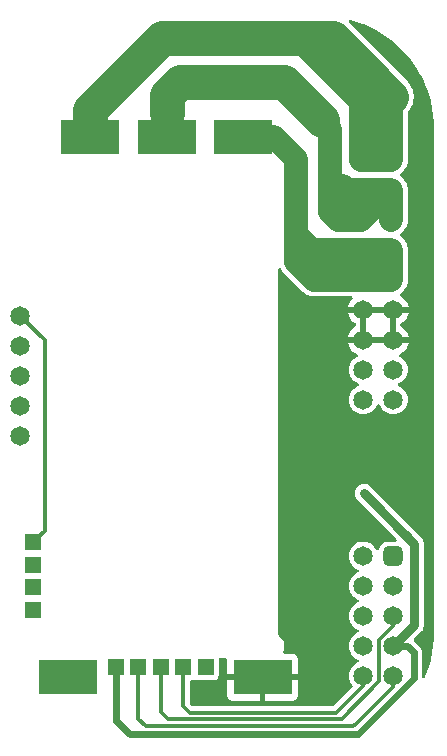
<source format=gtl>
%TF.GenerationSoftware,KiCad,Pcbnew,8.0.6*%
%TF.CreationDate,2024-11-04T19:51:36+01:00*%
%TF.ProjectId,Motor_Driver_carrier_board,4d6f746f-725f-4447-9269-7665725f6361,rev?*%
%TF.SameCoordinates,Original*%
%TF.FileFunction,Copper,L1,Top*%
%TF.FilePolarity,Positive*%
%FSLAX46Y46*%
G04 Gerber Fmt 4.6, Leading zero omitted, Abs format (unit mm)*
G04 Created by KiCad (PCBNEW 8.0.6) date 2024-11-04 19:51:36*
%MOMM*%
%LPD*%
G01*
G04 APERTURE LIST*
G04 Aperture macros list*
%AMRoundRect*
0 Rectangle with rounded corners*
0 $1 Rounding radius*
0 $2 $3 $4 $5 $6 $7 $8 $9 X,Y pos of 4 corners*
0 Add a 4 corners polygon primitive as box body*
4,1,4,$2,$3,$4,$5,$6,$7,$8,$9,$2,$3,0*
0 Add four circle primitives for the rounded corners*
1,1,$1+$1,$2,$3*
1,1,$1+$1,$4,$5*
1,1,$1+$1,$6,$7*
1,1,$1+$1,$8,$9*
0 Add four rect primitives between the rounded corners*
20,1,$1+$1,$2,$3,$4,$5,0*
20,1,$1+$1,$4,$5,$6,$7,0*
20,1,$1+$1,$6,$7,$8,$9,0*
20,1,$1+$1,$8,$9,$2,$3,0*%
G04 Aperture macros list end*
%TA.AperFunction,SMDPad,CuDef*%
%ADD10R,5.000000X3.000000*%
%TD*%
%TA.AperFunction,ComponentPad*%
%ADD11C,1.650000*%
%TD*%
%TA.AperFunction,SMDPad,CuDef*%
%ADD12R,1.400000X1.400000*%
%TD*%
%TA.AperFunction,ComponentPad*%
%ADD13RoundRect,0.412500X0.412500X-0.412500X0.412500X0.412500X-0.412500X0.412500X-0.412500X-0.412500X0*%
%TD*%
%TA.AperFunction,ViaPad*%
%ADD14C,0.600000*%
%TD*%
%TA.AperFunction,ViaPad*%
%ADD15C,1.200000*%
%TD*%
%TA.AperFunction,Conductor*%
%ADD16C,2.000000*%
%TD*%
%TA.AperFunction,Conductor*%
%ADD17C,0.300000*%
%TD*%
%TA.AperFunction,Conductor*%
%ADD18C,3.000000*%
%TD*%
%TA.AperFunction,Conductor*%
%ADD19C,0.800000*%
%TD*%
%TA.AperFunction,Conductor*%
%ADD20C,0.600000*%
%TD*%
%ADD21C,0.300000*%
%ADD22C,0.350000*%
G04 APERTURE END LIST*
D10*
%TO.P,OUT1,1*%
%TO.N,OUT1*%
X127675000Y-46950000D03*
%TD*%
D11*
%TO.P,J3,1,1*%
%TO.N,SWDIO*%
X121800000Y-62120000D03*
%TO.P,J3,2,2*%
%TO.N,SWCLK*%
X121800000Y-64660000D03*
%TO.P,J3,3,3*%
%TO.N,3.3V*%
X121800000Y-67200000D03*
%TO.P,J3,4,4*%
%TO.N,GND*%
X121800000Y-69740000D03*
%TO.P,J3,5,5*%
X121800000Y-72280000D03*
%TD*%
D12*
%TO.P,5V,1*%
%TO.N,5V*%
X129875000Y-91875000D03*
%TD*%
%TO.P,GND,1*%
%TO.N,UART_GND*%
X137475000Y-91875000D03*
%TD*%
D10*
%TO.P,+24V,1*%
%TO.N,24V*%
X142300000Y-92700000D03*
%TD*%
%TO.P,-24V,1*%
%TO.N,GND*%
X125800000Y-92700000D03*
%TD*%
%TO.P,OUT3,1*%
%TO.N,OUT3*%
X140675000Y-46950000D03*
%TD*%
%TO.P,OUT2,1*%
%TO.N,OUT2*%
X134175000Y-46950000D03*
%TD*%
D12*
%TO.P,PWM,1*%
%TO.N,PWM*%
X135575000Y-91875000D03*
%TD*%
D13*
%TO.P,P2,1,1*%
%TO.N,OUT1*%
X153375000Y-46350000D03*
D11*
%TO.P,P2,2,2*%
X150835000Y-46350000D03*
%TO.P,P2,3,3*%
X153375000Y-48890000D03*
%TO.P,P2,4,4*%
X150835000Y-48890000D03*
%TO.P,P2,5,5*%
%TO.N,OUT2*%
X153375000Y-51430000D03*
%TO.P,P2,6,6*%
X150835000Y-51430000D03*
%TO.P,P2,7,7*%
X153375000Y-53970000D03*
%TO.P,P2,8,8*%
X150835000Y-53970000D03*
%TO.P,P2,9,9*%
%TO.N,OUT3*%
X153375000Y-56510000D03*
%TO.P,P2,10,10*%
X150835000Y-56510000D03*
%TO.P,P2,11,11*%
X153375000Y-59050000D03*
%TO.P,P2,12,12*%
X150835000Y-59050000D03*
%TO.P,P2,13,13*%
%TO.N,24V*%
X153375000Y-61590000D03*
%TO.P,P2,14,14*%
X150835000Y-61590000D03*
%TO.P,P2,15,15*%
X153375000Y-64130000D03*
%TO.P,P2,16,16*%
X150835000Y-64130000D03*
%TO.P,P2,17,17*%
%TO.N,GND*%
X153375000Y-66670000D03*
%TO.P,P2,18,18*%
X150835000Y-66670000D03*
%TO.P,P2,19,19*%
X153375000Y-69210000D03*
%TO.P,P2,20,20*%
X150835000Y-69210000D03*
D13*
%TO.P,P2,21,21*%
%TO.N,H2*%
X153375000Y-82450000D03*
D11*
%TO.P,P2,22,22*%
%TO.N,H3*%
X150835000Y-82450000D03*
%TO.P,P2,23,23*%
%TO.N,H1*%
X153375000Y-84990000D03*
%TO.P,P2,24,24*%
%TO.N,5V*%
X150835000Y-84990000D03*
%TO.P,P2,25,25*%
%TO.N,RX*%
X153375000Y-87530000D03*
%TO.P,P2,26,26*%
%TO.N,GND*%
X150835000Y-87530000D03*
%TO.P,P2,27,27*%
%TO.N,5V*%
X153375000Y-90070000D03*
%TO.P,P2,28,28*%
%TO.N,GND*%
X150835000Y-90070000D03*
%TO.P,P2,29,29*%
%TO.N,TX*%
X153375000Y-92610000D03*
%TO.P,P2,30,30*%
%TO.N,PWM*%
X150835000Y-92610000D03*
%TD*%
D12*
%TO.P,SWDIO,1*%
%TO.N,SWDIO*%
X122900000Y-81300000D03*
%TD*%
%TO.P,TX,1*%
%TO.N,TX*%
X131775000Y-91875000D03*
%TD*%
%TO.P,GND,1*%
%TO.N,GND*%
X122900000Y-87000000D03*
%TD*%
%TO.P,SWCLK,1*%
%TO.N,SWCLK*%
X122900000Y-83200000D03*
%TD*%
%TO.P,+3.3V,1*%
%TO.N,3.3V*%
X122900000Y-85100000D03*
%TD*%
%TO.P,RX,1*%
%TO.N,RX*%
X133675000Y-91875000D03*
%TD*%
D14*
%TO.N,GND*%
X122900000Y-87000000D03*
D15*
X125800000Y-93300000D03*
D14*
%TO.N,3.3V*%
X122900000Y-85100000D03*
%TO.N,SWCLK*%
X122900000Y-83200000D03*
%TO.N,5V*%
X150900000Y-77150000D03*
%TD*%
D16*
%TO.N,GND*%
X125800000Y-92700000D02*
X124900000Y-92700000D01*
D17*
%TO.N,SWDIO*%
X123900000Y-72019584D02*
X123844500Y-71964084D01*
X123844500Y-71964084D02*
X123844500Y-64164500D01*
X123844500Y-64164500D02*
X121800000Y-62120000D01*
X123900000Y-80200416D02*
X123900000Y-72019584D01*
X122900000Y-81300000D02*
X123863550Y-80336450D01*
X123863550Y-80336450D02*
X123900000Y-80200416D01*
%TO.N,UART_GND*%
X137475000Y-91875000D02*
X137650000Y-92050000D01*
X137475000Y-91875000D02*
X137475000Y-91825000D01*
X137475000Y-91825000D02*
X137500000Y-91800000D01*
D16*
%TO.N,OUT3*%
X145173026Y-57573026D02*
X145750000Y-58150000D01*
X143307361Y-46950000D02*
X140675000Y-46950000D01*
X150660000Y-59050000D02*
X153200000Y-56510000D01*
X145173026Y-48815665D02*
X143307361Y-46950000D01*
X153200000Y-56510000D02*
X153200000Y-59050000D01*
X145750000Y-58150000D02*
X148950000Y-58150000D01*
X145173026Y-55200000D02*
X145173026Y-48815665D01*
X146650000Y-59050000D02*
X145173026Y-57573026D01*
X150660000Y-57810000D02*
X150660000Y-56510000D01*
X150660000Y-59050000D02*
X146650000Y-59050000D01*
X145173026Y-57573026D02*
X145173026Y-55200000D01*
X146483026Y-56510000D02*
X145173026Y-55200000D01*
X150660000Y-56510000D02*
X146483026Y-56510000D01*
X151280000Y-58430000D02*
X150660000Y-57810000D01*
X153200000Y-59050000D02*
X150660000Y-59050000D01*
X150660000Y-56510000D02*
X153200000Y-56510000D01*
D18*
%TO.N,OUT1*%
X153200000Y-43550000D02*
X148250000Y-38600000D01*
X148250000Y-38600000D02*
X145900000Y-38600000D01*
D16*
X153200000Y-48890000D02*
X153200000Y-46350000D01*
D18*
X150660000Y-43360000D02*
X145900000Y-38600000D01*
D16*
X153200000Y-43550000D02*
X152100000Y-44650000D01*
X153200000Y-43550000D02*
X153200000Y-46350000D01*
X150660000Y-48890000D02*
X153200000Y-48890000D01*
D18*
X127675000Y-44725000D02*
X127675000Y-45225000D01*
D16*
X127675000Y-46950000D02*
X127675000Y-45225000D01*
X150660000Y-46350000D02*
X150660000Y-43360000D01*
D18*
X145900000Y-38600000D02*
X133800000Y-38600000D01*
D16*
X152100000Y-44650000D02*
X151800000Y-44650000D01*
D18*
X133800000Y-38600000D02*
X127675000Y-44725000D01*
D16*
X150660000Y-46350000D02*
X150660000Y-48890000D01*
X153200000Y-46350000D02*
X150660000Y-48890000D01*
X153200000Y-46350000D02*
X150660000Y-46350000D01*
%TO.N,OUT2*%
X148050000Y-53300000D02*
X148050000Y-46250000D01*
D18*
X135300000Y-42300000D02*
X144100000Y-42300000D01*
D16*
X150660000Y-51430000D02*
X150660000Y-53970000D01*
X150660000Y-51430000D02*
X153200000Y-51430000D01*
X149400000Y-51400000D02*
X149400000Y-52550000D01*
X150660000Y-53970000D02*
X148720000Y-53970000D01*
D18*
X134175000Y-43425000D02*
X135300000Y-42300000D01*
D16*
X149100000Y-51100000D02*
X149400000Y-51400000D01*
X134175000Y-46950000D02*
X134175000Y-44975000D01*
D18*
X134175000Y-44975000D02*
X134175000Y-43425000D01*
D16*
X150660000Y-51430000D02*
X149430000Y-51430000D01*
X153200000Y-51430000D02*
X153200000Y-53970000D01*
X148720000Y-53970000D02*
X148050000Y-53300000D01*
X149430000Y-51430000D02*
X149100000Y-51100000D01*
D18*
X144100000Y-42300000D02*
X147300000Y-45500000D01*
D16*
X150660000Y-53970000D02*
X153200000Y-51430000D01*
D17*
%TO.N,TX*%
X149879420Y-96850000D02*
X150132102Y-96767898D01*
X150132102Y-96767898D02*
X153375000Y-93525000D01*
X131775000Y-91875000D02*
X131775000Y-96225000D01*
X132400000Y-96850000D02*
X149879420Y-96850000D01*
X131775000Y-96225000D02*
X132400000Y-96850000D01*
X153375000Y-93525000D02*
X153375000Y-92610000D01*
D16*
%TO.N,24V*%
X142300000Y-92700000D02*
X143357362Y-92700000D01*
D17*
%TO.N,PWM*%
X135575000Y-95125000D02*
X136150000Y-95700000D01*
X135575000Y-91875000D02*
X135575000Y-95125000D01*
X150835000Y-93415000D02*
X150835000Y-92610000D01*
X148550000Y-95700000D02*
X150835000Y-93415000D01*
X136150000Y-95700000D02*
X148550000Y-95700000D01*
D19*
%TO.N,5V*%
X155150000Y-81400000D02*
X154325000Y-80575000D01*
D20*
X150346652Y-97553348D02*
X155100000Y-92800000D01*
X129875000Y-96375000D02*
X131053348Y-97553348D01*
X129875000Y-91875000D02*
X129875000Y-96375000D01*
X131053348Y-97553348D02*
X150346652Y-97553348D01*
D19*
X155150000Y-81400000D02*
X155150000Y-82200000D01*
D20*
X154570000Y-90070000D02*
X153375000Y-90070000D01*
X155100000Y-92800000D02*
X155100000Y-90600000D01*
D19*
X155150000Y-88295000D02*
X155150000Y-81400000D01*
X150900000Y-77150000D02*
X155150000Y-81400000D01*
D20*
X155100000Y-90600000D02*
X154570000Y-90070000D01*
D19*
X153375000Y-90070000D02*
X155150000Y-88295000D01*
D17*
%TO.N,RX*%
X153375000Y-88375000D02*
X153375000Y-87530000D01*
X148988123Y-96250000D02*
X152200000Y-93038123D01*
X134300000Y-96250000D02*
X148988123Y-96250000D01*
X133675000Y-91875000D02*
X133675000Y-95625000D01*
X133675000Y-95625000D02*
X134300000Y-96250000D01*
X152200000Y-89550000D02*
X153375000Y-88375000D01*
X152200000Y-93038123D02*
X152200000Y-89550000D01*
%TO.N,H2*%
X153150000Y-82225000D02*
X153375000Y-82450000D01*
%TD*%
%TA.AperFunction,Conductor*%
%TO.N,24V*%
G36*
X149733331Y-37066241D02*
G01*
X150283404Y-37228488D01*
X150290758Y-37230910D01*
X150845350Y-37433010D01*
X150852532Y-37435885D01*
X151393414Y-37672312D01*
X151400416Y-37675639D01*
X151925419Y-37945449D01*
X151932167Y-37949188D01*
X152403219Y-38229859D01*
X152439259Y-38251333D01*
X152445801Y-38255514D01*
X152932953Y-38588785D01*
X152939213Y-38593361D01*
X153404582Y-38956494D01*
X153410551Y-38961460D01*
X153852255Y-39352989D01*
X153857880Y-39358298D01*
X154058712Y-39560131D01*
X154274226Y-39776720D01*
X154279523Y-39782388D01*
X154535352Y-40073910D01*
X154668853Y-40226038D01*
X154673790Y-40232033D01*
X155034590Y-40699187D01*
X155039142Y-40705478D01*
X155369985Y-41194283D01*
X155374134Y-41200846D01*
X155673743Y-41709418D01*
X155677473Y-41716229D01*
X155944659Y-42242552D01*
X155947955Y-42249583D01*
X156181667Y-42791583D01*
X156184517Y-42798806D01*
X156383854Y-43354391D01*
X156386246Y-43361779D01*
X156550412Y-43928737D01*
X156552337Y-43936260D01*
X156680694Y-44512381D01*
X156682145Y-44520009D01*
X156774192Y-45103051D01*
X156775162Y-45110755D01*
X156830534Y-45698404D01*
X156831020Y-45706155D01*
X156849561Y-46298045D01*
X156849622Y-46301927D01*
X156849500Y-88834106D01*
X156849500Y-88898046D01*
X156849439Y-88901941D01*
X156830877Y-89492582D01*
X156830388Y-89500356D01*
X156774959Y-90086732D01*
X156773982Y-90094461D01*
X156681849Y-90676169D01*
X156680390Y-90683821D01*
X156551903Y-91258638D01*
X156549965Y-91266183D01*
X156385648Y-91831765D01*
X156383241Y-91839174D01*
X156183735Y-92393323D01*
X156180868Y-92400565D01*
X156038302Y-92730017D01*
X155993612Y-92783725D01*
X155926979Y-92804746D01*
X155859559Y-92786406D01*
X155812758Y-92734527D01*
X155800500Y-92680771D01*
X155800500Y-90531004D01*
X155773581Y-90395677D01*
X155773580Y-90395676D01*
X155773580Y-90395672D01*
X155753523Y-90347251D01*
X155720775Y-90268189D01*
X155644114Y-90153457D01*
X155644112Y-90153454D01*
X155644111Y-90153453D01*
X155121548Y-89630891D01*
X155088063Y-89569568D01*
X155093047Y-89499877D01*
X155121548Y-89455529D01*
X155408179Y-89168899D01*
X155771789Y-88805289D01*
X155859394Y-88674179D01*
X155919737Y-88528497D01*
X155950500Y-88373842D01*
X155950500Y-88216158D01*
X155950500Y-81321158D01*
X155948832Y-81312774D01*
X155946367Y-81300375D01*
X155946367Y-81300374D01*
X155928533Y-81210721D01*
X155919738Y-81166503D01*
X155859394Y-81020821D01*
X155859392Y-81020818D01*
X155859390Y-81020814D01*
X155771789Y-80889711D01*
X155771786Y-80889707D01*
X151410292Y-76528213D01*
X151410288Y-76528210D01*
X151279185Y-76440609D01*
X151279172Y-76440602D01*
X151133501Y-76380264D01*
X151133489Y-76380261D01*
X150978845Y-76349500D01*
X150978842Y-76349500D01*
X150821158Y-76349500D01*
X150821155Y-76349500D01*
X150666510Y-76380261D01*
X150666498Y-76380264D01*
X150520827Y-76440602D01*
X150520814Y-76440609D01*
X150389711Y-76528210D01*
X150389707Y-76528213D01*
X150278213Y-76639707D01*
X150278210Y-76639711D01*
X150190609Y-76770814D01*
X150190602Y-76770827D01*
X150130264Y-76916498D01*
X150130261Y-76916510D01*
X150099500Y-77071153D01*
X150099500Y-77228846D01*
X150130261Y-77383489D01*
X150130264Y-77383501D01*
X150190602Y-77529172D01*
X150190609Y-77529185D01*
X150278210Y-77660288D01*
X150278213Y-77660292D01*
X153630741Y-81012819D01*
X153664226Y-81074142D01*
X153659242Y-81143834D01*
X153617370Y-81199767D01*
X153551906Y-81224184D01*
X153543060Y-81224500D01*
X152916845Y-81224500D01*
X152916841Y-81224501D01*
X152780450Y-81239867D01*
X152607520Y-81300378D01*
X152452395Y-81397849D01*
X152322849Y-81527395D01*
X152225377Y-81682522D01*
X152189599Y-81784769D01*
X152172054Y-81834914D01*
X152164867Y-81855453D01*
X152164602Y-81857804D01*
X152164007Y-81859219D01*
X152163317Y-81862242D01*
X152162787Y-81862121D01*
X152137529Y-81922215D01*
X152079931Y-81961765D01*
X152010094Y-81963896D01*
X151950191Y-81927933D01*
X151929001Y-81896313D01*
X151900370Y-81834914D01*
X151900367Y-81834908D01*
X151777376Y-81659259D01*
X151777371Y-81659253D01*
X151625745Y-81507627D01*
X151450090Y-81384631D01*
X151313964Y-81321155D01*
X151255747Y-81294008D01*
X151255743Y-81294007D01*
X151255739Y-81294005D01*
X151048624Y-81238509D01*
X151048620Y-81238508D01*
X151048619Y-81238508D01*
X151048618Y-81238507D01*
X151048613Y-81238507D01*
X150835002Y-81219819D01*
X150834998Y-81219819D01*
X150621386Y-81238507D01*
X150621375Y-81238509D01*
X150414260Y-81294005D01*
X150414251Y-81294009D01*
X150219910Y-81384631D01*
X150219908Y-81384632D01*
X150044259Y-81507623D01*
X150044253Y-81507628D01*
X149892628Y-81659253D01*
X149892623Y-81659259D01*
X149769632Y-81834908D01*
X149769631Y-81834910D01*
X149679009Y-82029251D01*
X149679005Y-82029260D01*
X149623509Y-82236375D01*
X149623507Y-82236386D01*
X149604819Y-82449998D01*
X149604819Y-82450001D01*
X149623507Y-82663613D01*
X149623509Y-82663624D01*
X149679005Y-82870739D01*
X149679007Y-82870743D01*
X149679008Y-82870747D01*
X149724320Y-82967919D01*
X149769631Y-83065090D01*
X149769632Y-83065091D01*
X149892627Y-83240745D01*
X150044255Y-83392373D01*
X150219909Y-83515368D01*
X150400592Y-83599622D01*
X150417740Y-83607618D01*
X150470179Y-83653790D01*
X150489331Y-83720984D01*
X150469115Y-83787865D01*
X150417740Y-83832382D01*
X150219910Y-83924631D01*
X150219908Y-83924632D01*
X150044259Y-84047623D01*
X150044253Y-84047628D01*
X149892628Y-84199253D01*
X149892623Y-84199259D01*
X149769632Y-84374908D01*
X149769631Y-84374910D01*
X149679009Y-84569251D01*
X149679005Y-84569260D01*
X149623509Y-84776375D01*
X149623507Y-84776386D01*
X149604819Y-84989998D01*
X149604819Y-84990001D01*
X149623507Y-85203613D01*
X149623509Y-85203624D01*
X149679005Y-85410739D01*
X149679007Y-85410743D01*
X149679008Y-85410747D01*
X149724320Y-85507919D01*
X149769631Y-85605090D01*
X149769632Y-85605091D01*
X149892627Y-85780745D01*
X150044255Y-85932373D01*
X150200686Y-86041908D01*
X150219909Y-86055368D01*
X150417740Y-86147618D01*
X150470179Y-86193790D01*
X150489331Y-86260984D01*
X150469115Y-86327865D01*
X150417740Y-86372382D01*
X150219910Y-86464631D01*
X150219908Y-86464632D01*
X150044259Y-86587623D01*
X150044253Y-86587628D01*
X149892628Y-86739253D01*
X149892623Y-86739259D01*
X149769632Y-86914908D01*
X149769631Y-86914910D01*
X149679009Y-87109251D01*
X149679005Y-87109260D01*
X149623509Y-87316375D01*
X149623507Y-87316386D01*
X149604819Y-87529998D01*
X149604819Y-87530001D01*
X149623507Y-87743613D01*
X149623509Y-87743624D01*
X149679005Y-87950739D01*
X149679007Y-87950743D01*
X149679008Y-87950747D01*
X149715053Y-88028045D01*
X149769631Y-88145090D01*
X149769632Y-88145091D01*
X149892627Y-88320745D01*
X150044255Y-88472373D01*
X150124408Y-88528497D01*
X150219909Y-88595368D01*
X150417740Y-88687618D01*
X150470179Y-88733790D01*
X150489331Y-88800984D01*
X150469115Y-88867865D01*
X150417740Y-88912382D01*
X150219910Y-89004631D01*
X150219908Y-89004632D01*
X150044259Y-89127623D01*
X150044253Y-89127628D01*
X149892628Y-89279253D01*
X149892623Y-89279259D01*
X149769632Y-89454908D01*
X149769631Y-89454910D01*
X149679009Y-89649251D01*
X149679005Y-89649260D01*
X149623509Y-89856375D01*
X149623507Y-89856386D01*
X149604819Y-90069998D01*
X149604819Y-90070001D01*
X149623507Y-90283613D01*
X149623509Y-90283624D01*
X149679005Y-90490739D01*
X149679007Y-90490743D01*
X149679008Y-90490747D01*
X149693674Y-90522198D01*
X149769631Y-90685090D01*
X149784555Y-90706403D01*
X149892627Y-90860745D01*
X150044255Y-91012373D01*
X150125318Y-91069134D01*
X150219909Y-91135368D01*
X150417740Y-91227618D01*
X150470179Y-91273790D01*
X150489331Y-91340984D01*
X150469115Y-91407865D01*
X150417740Y-91452382D01*
X150219910Y-91544631D01*
X150219908Y-91544632D01*
X150044259Y-91667623D01*
X150044253Y-91667628D01*
X149892628Y-91819253D01*
X149892623Y-91819259D01*
X149769632Y-91994908D01*
X149769631Y-91994910D01*
X149679009Y-92189251D01*
X149679005Y-92189260D01*
X149623509Y-92396375D01*
X149623507Y-92396386D01*
X149604819Y-92609998D01*
X149604819Y-92610001D01*
X149623507Y-92823613D01*
X149623509Y-92823624D01*
X149679005Y-93030739D01*
X149679007Y-93030743D01*
X149679008Y-93030747D01*
X149704921Y-93086318D01*
X149769631Y-93225090D01*
X149892627Y-93400745D01*
X149893997Y-93402115D01*
X149894406Y-93402864D01*
X149896105Y-93404889D01*
X149895698Y-93405230D01*
X149927482Y-93463438D01*
X149922498Y-93533130D01*
X149893997Y-93577477D01*
X148358294Y-95113181D01*
X148296971Y-95146666D01*
X148270613Y-95149500D01*
X136429387Y-95149500D01*
X136362348Y-95129815D01*
X136341706Y-95113181D01*
X136161819Y-94933294D01*
X136128334Y-94871971D01*
X136125500Y-94845613D01*
X136125500Y-94247844D01*
X139300000Y-94247844D01*
X139306401Y-94307372D01*
X139306403Y-94307379D01*
X139356645Y-94442086D01*
X139356649Y-94442093D01*
X139442809Y-94557187D01*
X139442812Y-94557190D01*
X139557906Y-94643350D01*
X139557913Y-94643354D01*
X139692620Y-94693596D01*
X139692627Y-94693598D01*
X139752155Y-94699999D01*
X139752172Y-94700000D01*
X142050000Y-94700000D01*
X142550000Y-94700000D01*
X144847828Y-94700000D01*
X144847844Y-94699999D01*
X144907372Y-94693598D01*
X144907379Y-94693596D01*
X145042086Y-94643354D01*
X145042093Y-94643350D01*
X145157187Y-94557190D01*
X145157190Y-94557187D01*
X145243350Y-94442093D01*
X145243354Y-94442086D01*
X145293596Y-94307379D01*
X145293598Y-94307372D01*
X145299999Y-94247844D01*
X145300000Y-94247827D01*
X145300000Y-92950000D01*
X142550000Y-92950000D01*
X142550000Y-94700000D01*
X142050000Y-94700000D01*
X142050000Y-92950000D01*
X139300000Y-92950000D01*
X139300000Y-94247844D01*
X136125500Y-94247844D01*
X136125500Y-93099499D01*
X136145185Y-93032460D01*
X136197989Y-92986705D01*
X136249500Y-92975499D01*
X136306517Y-92975499D01*
X136306518Y-92975499D01*
X136400304Y-92960646D01*
X136468705Y-92925793D01*
X136537373Y-92912897D01*
X136581292Y-92925792D01*
X136611361Y-92941113D01*
X136649698Y-92960647D01*
X136743475Y-92975499D01*
X136743481Y-92975500D01*
X138206518Y-92975499D01*
X138300304Y-92960646D01*
X138413342Y-92903050D01*
X138503050Y-92813342D01*
X138560646Y-92700304D01*
X138560646Y-92700302D01*
X138560647Y-92700301D01*
X138571282Y-92633147D01*
X138575500Y-92606519D01*
X138575499Y-91174499D01*
X138595184Y-91107461D01*
X138647987Y-91061706D01*
X138699499Y-91050500D01*
X139176000Y-91050500D01*
X139243039Y-91070185D01*
X139288794Y-91122989D01*
X139300000Y-91174500D01*
X139300000Y-92450000D01*
X145300000Y-92450000D01*
X145300000Y-91152172D01*
X145299999Y-91152155D01*
X145293598Y-91092627D01*
X145293596Y-91092620D01*
X145243354Y-90957913D01*
X145243350Y-90957906D01*
X145157190Y-90842812D01*
X145157187Y-90842809D01*
X145042093Y-90756649D01*
X145042086Y-90756645D01*
X144907379Y-90706403D01*
X144907372Y-90706401D01*
X144847844Y-90700000D01*
X144144678Y-90700000D01*
X144077639Y-90680315D01*
X144031884Y-90627511D01*
X144021940Y-90558353D01*
X144032956Y-90522201D01*
X144092030Y-90399536D01*
X144140589Y-90218308D01*
X144154610Y-90031211D01*
X144133603Y-89844770D01*
X144078301Y-89665485D01*
X143990632Y-89499606D01*
X143873652Y-89352918D01*
X143873650Y-89352916D01*
X143873646Y-89352912D01*
X143788051Y-89279253D01*
X143731441Y-89230536D01*
X143714729Y-89220863D01*
X143713717Y-89220185D01*
X143712485Y-89219474D01*
X143712188Y-89219162D01*
X143701355Y-89211914D01*
X143700869Y-89211541D01*
X143702677Y-89209184D01*
X143664277Y-89168899D01*
X143653648Y-89125010D01*
X143651386Y-89125282D01*
X143651383Y-89125257D01*
X143650621Y-89112511D01*
X143650502Y-89112019D01*
X143650502Y-89110532D01*
X143650500Y-89110483D01*
X143650500Y-58186266D01*
X143670185Y-58119227D01*
X143722989Y-58073472D01*
X143792147Y-58063528D01*
X143855703Y-58092553D01*
X143884985Y-58129971D01*
X143975213Y-58307051D01*
X144104777Y-58485383D01*
X144104781Y-58485387D01*
X144104784Y-58485391D01*
X144260661Y-58641268D01*
X144264991Y-58645598D01*
X144265002Y-58645608D01*
X144678632Y-59059238D01*
X144678661Y-59059269D01*
X144841954Y-59222562D01*
X144841976Y-59222582D01*
X145578632Y-59959238D01*
X145578646Y-59959253D01*
X145581756Y-59962363D01*
X145581758Y-59962365D01*
X145737635Y-60118242D01*
X145737638Y-60118244D01*
X145737642Y-60118248D01*
X145863780Y-60209891D01*
X145915978Y-60247815D01*
X146036501Y-60309225D01*
X146112393Y-60347895D01*
X146112396Y-60347896D01*
X146200180Y-60376418D01*
X146322049Y-60416015D01*
X146539779Y-60450501D01*
X146539780Y-60450501D01*
X146765333Y-60450501D01*
X146765357Y-60450500D01*
X149801304Y-60450500D01*
X149868343Y-60470185D01*
X149914098Y-60522989D01*
X149924042Y-60592147D01*
X149895017Y-60655703D01*
X149888985Y-60662181D01*
X149816114Y-60735051D01*
X149683133Y-60924968D01*
X149683132Y-60924970D01*
X149585152Y-61135090D01*
X149585148Y-61135099D01*
X149530247Y-61340000D01*
X150344252Y-61340000D01*
X150322482Y-61377708D01*
X150285000Y-61517591D01*
X150285000Y-61662409D01*
X150322482Y-61802292D01*
X150344252Y-61840000D01*
X149530247Y-61840000D01*
X149585148Y-62044900D01*
X149585152Y-62044909D01*
X149683132Y-62255030D01*
X149816118Y-62444951D01*
X149980048Y-62608881D01*
X150169970Y-62741867D01*
X150169974Y-62741869D01*
X150182303Y-62747619D01*
X150234742Y-62793792D01*
X150253893Y-62860986D01*
X150233676Y-62927867D01*
X150182303Y-62972381D01*
X150169975Y-62978129D01*
X150169968Y-62978133D01*
X149980051Y-63111114D01*
X149816114Y-63275051D01*
X149683133Y-63464968D01*
X149683132Y-63464970D01*
X149585152Y-63675090D01*
X149585148Y-63675099D01*
X149530247Y-63880000D01*
X150344252Y-63880000D01*
X150322482Y-63917708D01*
X150285000Y-64057591D01*
X150285000Y-64202409D01*
X150322482Y-64342292D01*
X150344252Y-64380000D01*
X149530247Y-64380000D01*
X149585148Y-64584900D01*
X149585152Y-64584909D01*
X149683132Y-64795030D01*
X149816118Y-64984951D01*
X149980048Y-65148881D01*
X150169969Y-65281867D01*
X150300021Y-65342511D01*
X150352460Y-65388683D01*
X150371612Y-65455877D01*
X150351396Y-65522758D01*
X150300021Y-65567275D01*
X150219910Y-65604631D01*
X150219908Y-65604632D01*
X150044259Y-65727623D01*
X150044253Y-65727628D01*
X149892628Y-65879253D01*
X149892623Y-65879259D01*
X149769632Y-66054908D01*
X149769631Y-66054910D01*
X149679009Y-66249251D01*
X149679005Y-66249260D01*
X149623509Y-66456375D01*
X149623507Y-66456386D01*
X149604819Y-66669998D01*
X149604819Y-66670001D01*
X149623507Y-66883613D01*
X149623509Y-66883624D01*
X149679005Y-67090739D01*
X149679007Y-67090743D01*
X149679008Y-67090747D01*
X149724320Y-67187919D01*
X149769631Y-67285090D01*
X149769632Y-67285091D01*
X149892627Y-67460745D01*
X150044255Y-67612373D01*
X150056216Y-67620748D01*
X150219909Y-67735368D01*
X150417740Y-67827618D01*
X150470179Y-67873790D01*
X150489331Y-67940984D01*
X150469115Y-68007865D01*
X150417740Y-68052382D01*
X150219910Y-68144631D01*
X150219908Y-68144632D01*
X150044259Y-68267623D01*
X150044253Y-68267628D01*
X149892628Y-68419253D01*
X149892623Y-68419259D01*
X149769632Y-68594908D01*
X149769631Y-68594910D01*
X149679009Y-68789251D01*
X149679005Y-68789260D01*
X149623509Y-68996375D01*
X149623507Y-68996386D01*
X149604819Y-69209998D01*
X149604819Y-69210001D01*
X149623507Y-69423613D01*
X149623509Y-69423624D01*
X149679005Y-69630739D01*
X149679007Y-69630743D01*
X149679008Y-69630747D01*
X149724320Y-69727919D01*
X149769631Y-69825090D01*
X149769632Y-69825091D01*
X149892627Y-70000745D01*
X150044255Y-70152373D01*
X150219909Y-70275368D01*
X150414253Y-70365992D01*
X150621381Y-70421492D01*
X150773966Y-70434841D01*
X150834998Y-70440181D01*
X150835000Y-70440181D01*
X150835002Y-70440181D01*
X150888404Y-70435508D01*
X151048619Y-70421492D01*
X151255747Y-70365992D01*
X151450091Y-70275368D01*
X151625745Y-70152373D01*
X151777373Y-70000745D01*
X151900368Y-69825091D01*
X151990992Y-69630747D01*
X151990992Y-69630744D01*
X151992618Y-69627259D01*
X152038790Y-69574820D01*
X152105984Y-69555668D01*
X152172865Y-69575884D01*
X152217382Y-69627259D01*
X152219007Y-69630744D01*
X152219008Y-69630747D01*
X152309632Y-69825091D01*
X152432627Y-70000745D01*
X152584255Y-70152373D01*
X152759909Y-70275368D01*
X152954253Y-70365992D01*
X153161381Y-70421492D01*
X153313966Y-70434841D01*
X153374998Y-70440181D01*
X153375000Y-70440181D01*
X153375002Y-70440181D01*
X153428404Y-70435508D01*
X153588619Y-70421492D01*
X153795747Y-70365992D01*
X153990091Y-70275368D01*
X154165745Y-70152373D01*
X154317373Y-70000745D01*
X154440368Y-69825091D01*
X154530992Y-69630747D01*
X154586492Y-69423619D01*
X154605181Y-69210000D01*
X154586492Y-68996381D01*
X154530992Y-68789253D01*
X154440368Y-68594910D01*
X154432734Y-68584008D01*
X154317376Y-68419259D01*
X154317371Y-68419253D01*
X154165745Y-68267627D01*
X154162517Y-68265367D01*
X153990091Y-68144632D01*
X153795747Y-68054008D01*
X153795744Y-68054007D01*
X153792259Y-68052382D01*
X153739820Y-68006210D01*
X153720668Y-67939016D01*
X153740884Y-67872135D01*
X153792259Y-67827618D01*
X153795744Y-67825992D01*
X153795747Y-67825992D01*
X153990091Y-67735368D01*
X154165745Y-67612373D01*
X154317373Y-67460745D01*
X154440368Y-67285091D01*
X154530992Y-67090747D01*
X154586492Y-66883619D01*
X154605181Y-66670000D01*
X154586492Y-66456381D01*
X154530992Y-66249253D01*
X154440368Y-66054910D01*
X154432734Y-66044008D01*
X154317376Y-65879259D01*
X154317371Y-65879253D01*
X154165745Y-65727627D01*
X154162517Y-65725367D01*
X153990091Y-65604632D01*
X153909977Y-65567274D01*
X153857539Y-65521103D01*
X153838387Y-65453909D01*
X153858603Y-65387028D01*
X153909979Y-65342511D01*
X154040027Y-65281868D01*
X154040029Y-65281867D01*
X154229951Y-65148881D01*
X154393881Y-64984951D01*
X154526867Y-64795030D01*
X154624847Y-64584909D01*
X154624851Y-64584900D01*
X154679753Y-64380000D01*
X153865748Y-64380000D01*
X153887518Y-64342292D01*
X153925000Y-64202409D01*
X153925000Y-64057591D01*
X153887518Y-63917708D01*
X153865748Y-63880000D01*
X154679752Y-63880000D01*
X154624851Y-63675099D01*
X154624847Y-63675090D01*
X154526867Y-63464970D01*
X154526866Y-63464968D01*
X154393885Y-63275051D01*
X154229951Y-63111118D01*
X154040032Y-62978134D01*
X154027698Y-62972383D01*
X153975258Y-62926211D01*
X153956106Y-62859017D01*
X153976321Y-62792136D01*
X154027698Y-62747617D01*
X154040032Y-62741865D01*
X154229951Y-62608881D01*
X154393881Y-62444951D01*
X154526867Y-62255030D01*
X154624847Y-62044909D01*
X154624851Y-62044900D01*
X154679753Y-61840000D01*
X153865748Y-61840000D01*
X153887518Y-61802292D01*
X153925000Y-61662409D01*
X153925000Y-61517591D01*
X153887518Y-61377708D01*
X153865748Y-61340000D01*
X154679752Y-61340000D01*
X154624851Y-61135099D01*
X154624847Y-61135090D01*
X154526867Y-60924970D01*
X154526866Y-60924968D01*
X154393885Y-60735051D01*
X154229951Y-60571118D01*
X154040030Y-60438132D01*
X154006701Y-60422591D01*
X153954262Y-60376418D01*
X153935110Y-60309225D01*
X153955326Y-60242344D01*
X153986221Y-60209891D01*
X154112359Y-60118247D01*
X154112361Y-60118244D01*
X154112365Y-60118242D01*
X154268242Y-59962365D01*
X154397815Y-59784022D01*
X154497895Y-59587606D01*
X154566015Y-59377951D01*
X154579684Y-59291638D01*
X154582381Y-59278959D01*
X154586492Y-59263619D01*
X154589038Y-59234505D01*
X154590088Y-59225950D01*
X154600500Y-59160222D01*
X154600500Y-59108916D01*
X154600972Y-59098108D01*
X154605181Y-59050000D01*
X154605181Y-59049998D01*
X154600972Y-59001889D01*
X154600500Y-58991082D01*
X154600500Y-56568916D01*
X154600972Y-56558108D01*
X154605181Y-56510000D01*
X154605181Y-56509998D01*
X154600972Y-56461889D01*
X154600500Y-56451082D01*
X154600500Y-56399779D01*
X154590091Y-56334065D01*
X154589038Y-56325493D01*
X154586492Y-56296381D01*
X154582378Y-56281031D01*
X154579685Y-56268364D01*
X154566015Y-56182049D01*
X154497895Y-55972394D01*
X154497895Y-55972393D01*
X154463237Y-55904375D01*
X154397815Y-55775978D01*
X154381260Y-55753192D01*
X154268247Y-55597641D01*
X154268243Y-55597636D01*
X154112363Y-55441756D01*
X154112358Y-55441752D01*
X153972745Y-55340318D01*
X153930079Y-55284989D01*
X153924100Y-55215375D01*
X153956705Y-55153580D01*
X153972745Y-55139682D01*
X154112358Y-55038247D01*
X154112356Y-55038247D01*
X154112365Y-55038242D01*
X154268242Y-54882365D01*
X154397815Y-54704022D01*
X154497895Y-54507606D01*
X154566015Y-54297951D01*
X154579684Y-54211638D01*
X154582381Y-54198959D01*
X154586492Y-54183619D01*
X154589038Y-54154505D01*
X154590088Y-54145950D01*
X154600500Y-54080222D01*
X154600500Y-54028916D01*
X154600972Y-54018108D01*
X154602240Y-54003621D01*
X154605181Y-53970000D01*
X154600972Y-53921889D01*
X154600500Y-53911082D01*
X154600500Y-51488916D01*
X154600972Y-51478108D01*
X154605181Y-51430000D01*
X154605181Y-51429998D01*
X154600972Y-51381889D01*
X154600500Y-51371082D01*
X154600500Y-51319779D01*
X154590091Y-51254065D01*
X154589038Y-51245493D01*
X154586492Y-51216381D01*
X154582378Y-51201031D01*
X154579685Y-51188364D01*
X154566015Y-51102049D01*
X154553415Y-51063269D01*
X154497896Y-50892396D01*
X154497895Y-50892393D01*
X154462574Y-50823074D01*
X154397815Y-50695978D01*
X154318678Y-50587054D01*
X154268247Y-50517641D01*
X154268243Y-50517636D01*
X154112363Y-50361756D01*
X154112358Y-50361752D01*
X153972745Y-50260318D01*
X153930079Y-50204989D01*
X153924100Y-50135375D01*
X153956705Y-50073580D01*
X153972745Y-50059682D01*
X154112358Y-49958247D01*
X154112356Y-49958247D01*
X154112365Y-49958242D01*
X154268242Y-49802365D01*
X154397815Y-49624022D01*
X154497895Y-49427606D01*
X154566015Y-49217951D01*
X154579684Y-49131638D01*
X154582381Y-49118959D01*
X154586492Y-49103619D01*
X154589038Y-49074505D01*
X154590088Y-49065950D01*
X154600500Y-49000222D01*
X154600500Y-48948916D01*
X154600972Y-48938108D01*
X154605181Y-48890000D01*
X154605181Y-48889998D01*
X154600972Y-48841889D01*
X154600500Y-48831082D01*
X154600500Y-44888293D01*
X154620185Y-44821254D01*
X154631281Y-44806524D01*
X154631925Y-44805787D01*
X154631937Y-44805776D01*
X154783599Y-44608127D01*
X154908164Y-44392373D01*
X155003502Y-44162207D01*
X155067982Y-43921565D01*
X155100501Y-43674565D01*
X155100501Y-43425435D01*
X155067982Y-43178435D01*
X155003502Y-42937793D01*
X154908164Y-42707627D01*
X154783599Y-42491873D01*
X154631937Y-42294224D01*
X154631932Y-42294218D01*
X149685063Y-37347350D01*
X149685035Y-37347320D01*
X149610572Y-37272857D01*
X149577087Y-37211534D01*
X149582071Y-37141842D01*
X149623943Y-37085909D01*
X149689407Y-37061492D01*
X149733331Y-37066241D01*
G37*
%TD.AperFunction*%
%TA.AperFunction,Conductor*%
G36*
X152862482Y-63917708D02*
G01*
X152825000Y-64057591D01*
X152825000Y-64202409D01*
X152862482Y-64342292D01*
X152884252Y-64380000D01*
X151325748Y-64380000D01*
X151347518Y-64342292D01*
X151385000Y-64202409D01*
X151385000Y-64057591D01*
X151347518Y-63917708D01*
X151325748Y-63880000D01*
X152884252Y-63880000D01*
X152862482Y-63917708D01*
G37*
%TD.AperFunction*%
%TA.AperFunction,Conductor*%
G36*
X151085000Y-63639252D02*
G01*
X151047292Y-63617482D01*
X150907409Y-63580000D01*
X150762591Y-63580000D01*
X150622708Y-63617482D01*
X150585000Y-63639252D01*
X150585000Y-62080747D01*
X150622708Y-62102518D01*
X150762591Y-62140000D01*
X150907409Y-62140000D01*
X151047292Y-62102518D01*
X151085000Y-62080747D01*
X151085000Y-63639252D01*
G37*
%TD.AperFunction*%
%TA.AperFunction,Conductor*%
G36*
X153625000Y-63639252D02*
G01*
X153587292Y-63617482D01*
X153447409Y-63580000D01*
X153302591Y-63580000D01*
X153162708Y-63617482D01*
X153125000Y-63639252D01*
X153125000Y-62080747D01*
X153162708Y-62102518D01*
X153302591Y-62140000D01*
X153447409Y-62140000D01*
X153587292Y-62102518D01*
X153625000Y-62080747D01*
X153625000Y-63639252D01*
G37*
%TD.AperFunction*%
%TA.AperFunction,Conductor*%
G36*
X152862482Y-61377708D02*
G01*
X152825000Y-61517591D01*
X152825000Y-61662409D01*
X152862482Y-61802292D01*
X152884252Y-61840000D01*
X151325748Y-61840000D01*
X151347518Y-61802292D01*
X151385000Y-61662409D01*
X151385000Y-61517591D01*
X151347518Y-61377708D01*
X151325748Y-61340000D01*
X152884252Y-61340000D01*
X152862482Y-61377708D01*
G37*
%TD.AperFunction*%
%TD*%
D21*
X122900000Y-87000000D03*
D22*
X125800000Y-93300000D03*
D21*
X122900000Y-85100000D03*
X122900000Y-83200000D03*
X150900000Y-77150000D03*
D22*
X121800000Y-62120000D03*
X121800000Y-64660000D03*
X121800000Y-67200000D03*
X121800000Y-69740000D03*
X121800000Y-72280000D03*
X153375000Y-46350000D03*
X150835000Y-46350000D03*
X153375000Y-48890000D03*
X150835000Y-48890000D03*
X153375000Y-51430000D03*
X150835000Y-51430000D03*
X153375000Y-53970000D03*
X150835000Y-53970000D03*
X153375000Y-56510000D03*
X150835000Y-56510000D03*
X153375000Y-59050000D03*
X150835000Y-59050000D03*
X153375000Y-61590000D03*
X150835000Y-61590000D03*
X153375000Y-64130000D03*
X150835000Y-64130000D03*
X153375000Y-66670000D03*
X150835000Y-66670000D03*
X153375000Y-69210000D03*
X150835000Y-69210000D03*
X153375000Y-82450000D03*
X150835000Y-82450000D03*
X153375000Y-84990000D03*
X150835000Y-84990000D03*
X153375000Y-87530000D03*
X150835000Y-87530000D03*
X153375000Y-90070000D03*
X150835000Y-90070000D03*
X153375000Y-92610000D03*
X150835000Y-92610000D03*
M02*

</source>
